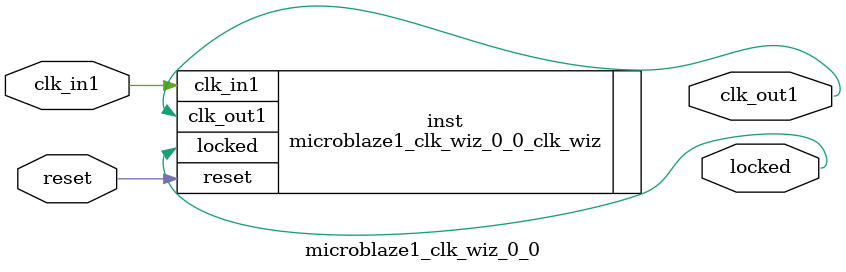
<source format=v>


`timescale 1ps/1ps

(* CORE_GENERATION_INFO = "microblaze1_clk_wiz_0_0,clk_wiz_v6_0_6_0_0,{component_name=microblaze1_clk_wiz_0_0,use_phase_alignment=true,use_min_o_jitter=false,use_max_i_jitter=false,use_dyn_phase_shift=false,use_inclk_switchover=false,use_dyn_reconfig=false,enable_axi=0,feedback_source=FDBK_AUTO,PRIMITIVE=MMCM,num_out_clk=1,clkin1_period=10.000,clkin2_period=10.000,use_power_down=false,use_reset=true,use_locked=true,use_inclk_stopped=false,feedback_type=SINGLE,CLOCK_MGR_TYPE=NA,manual_override=false}" *)

module microblaze1_clk_wiz_0_0 
 (
  // Clock out ports
  output        clk_out1,
  // Status and control signals
  input         reset,
  output        locked,
 // Clock in ports
  input         clk_in1
 );

  microblaze1_clk_wiz_0_0_clk_wiz inst
  (
  // Clock out ports  
  .clk_out1(clk_out1),
  // Status and control signals               
  .reset(reset), 
  .locked(locked),
 // Clock in ports
  .clk_in1(clk_in1)
  );

endmodule

</source>
